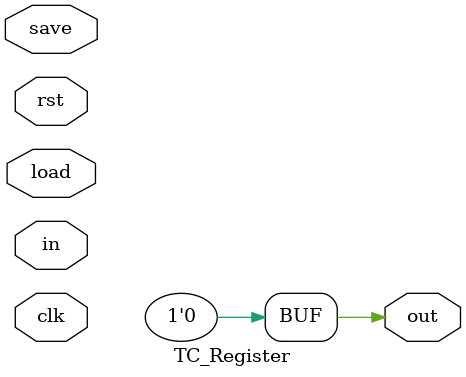
<source format=v>
module TC_Register(clk, rst, load, save, in, out);
    parameter UUID = 0;
    parameter NAME = "";
    parameter BIT_WIDTH = 1;
    input clk;
    input rst;
    input load;
    input save;
    input [BIT_WIDTH-1:0] in;
    output [BIT_WIDTH-1:0] out;
    
    reg [BIT_WIDTH-1:0] value;
    
    initial begin
		out = {BIT_WIDTH{1'b0}};
        value <= {BIT_WIDTH{1'b0}};
    end
    
    always @(posedge clk) begin
        if (rst) begin
            value <= {BIT_WIDTH{1'b0}};
        end else if (save) begin
            value <= in;
        end
    end
    
    assign out = rst ? {BIT_WIDTH{1'b0}} : (load ? value : {BIT_WIDTH{1'b0}});
	
endmodule
</source>
